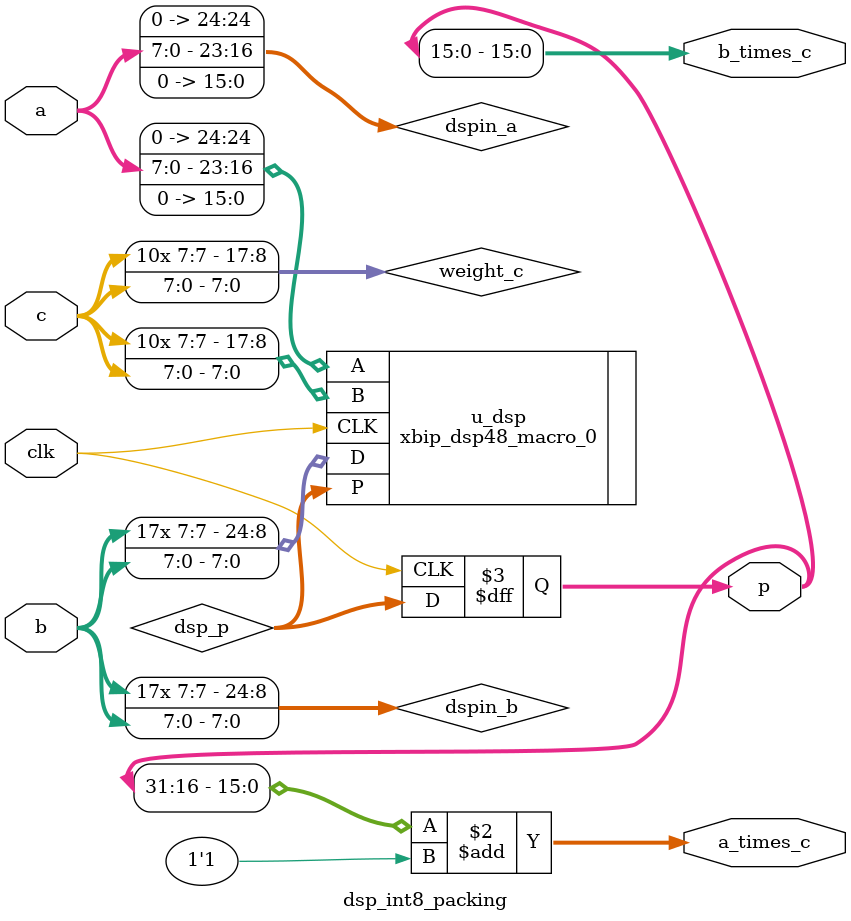
<source format=v>
`timescale 1ns / 1ps


module dsp_int8_packing(
    input wire clk,
    input wire         [ 7:0] a, b,   // 8-bit INT8 inputs
    input wire signed  [ 7:0] c,      // 8-bit INT8 weight
    output reg signed  [47:0] p,      // DSP output
    output wire signed [15:0] a_times_c,
    output wire signed [15:0] b_times_c
);

    // Sign-extend and pack inputs for DSP48E1
    //    wire signed [24:0] packed_ab = {a, 17'b0} + {{17{b[7]}}, b};  // a << 17 + b
    wire signed [17:0] weight_c = {{10{c[7]}},c};           // sign-extended c to 18 bits
    
    wire               [24:0] dspin_a = {1'b0, a, 16'b0};
    wire               [24:0] dspin_b = {{17{b[7]}}, b};

    // DSP result
    wire signed [47:0] dsp_p;

    xbip_dsp48_macro_0 u_dsp (
        .CLK(clk),
        .A(dspin_a),       // 25-bit input
        .D(dspin_b),       // 25-bit input
        .B(weight_c),      // 18-bit weight
        .P(dsp_p)          // 48-bit output
    );

    // Register result
    always @(posedge clk) begin
        p <= dsp_p;
    end

    // Split output
    assign b_times_c = p[15:0];       // Lower product
    assign a_times_c = p[31:16] + 1'b1;

endmodule

</source>
